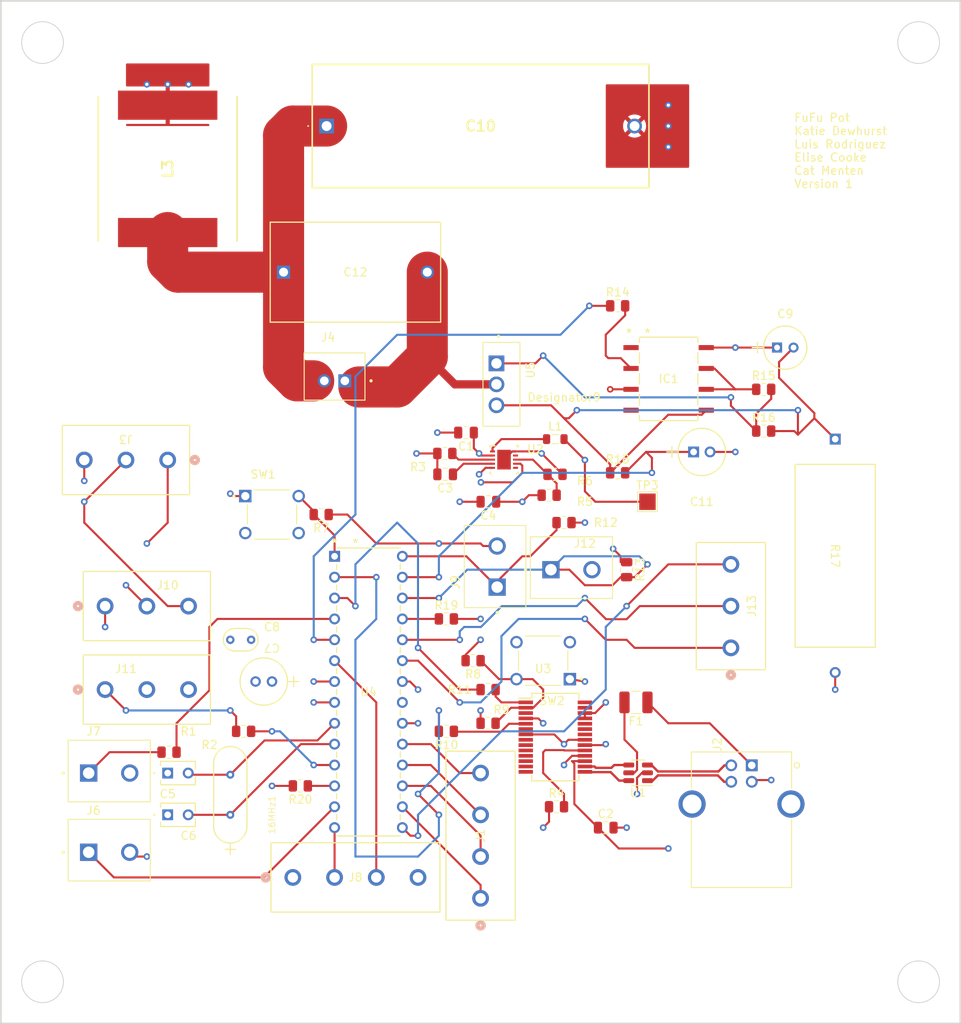
<source format=kicad_pcb>
(kicad_pcb (version 20221018) (generator pcbnew)
  (layers (0 "F.Cu" signal) (1 "In1.Cu" power) (2 "In2.Cu" power) (31 "B.Cu" signal) (34 "B.Paste" user) (35 "F.Paste" user) (36 "B.SilkS" user "B.Silkscreen") (37 "F.SilkS" user "F.Silkscreen") (38 "B.Mask" user) (39 "F.Mask" user) (44 "Edge.Cuts" user))
  (net 0 "")
  (net 1 "+3V3")
  (net 2 "Net-(J2-VBUS)")
  (net 3 "VBUS")
  (net 4 "USB_CON_D-")
  (net 5 "USB_CON_D+")
  (net 6 "+5V")
  (net 7 "Net-(U3-~{RESET})")
  (net 8 "DTR")
  (net 9 "Net-(U5-G)")
  (net 10 "Net-(U3-RXD)")
  (net 11 "RX")
  (net 12 "Net-(U3-TXD)")
  (net 13 "TX")
  (net 14 "USB_D-")
  (net 15 "USB_D+")
  (net 16 "Net-(U2-SW)")
  (net 17 "Net-(U2-ILIM)")
  (net 18 "Net-(U2-SS)")
  (net 20 "Net-(U2-FB)")
  (net 34 "+48V")
  (net 35 "GND")
  (net 36 "+16V")
  (net 37 "Net-(IC1-VSS)")
  (net 38 "Net-(J4-Pin_2)")
  (net 39 "Net-(J4-Pin_1)")
  (net 40 "A1")
  (net 42 "Net-(IC1-ANODE)")
  (net 44 "Net-(IC1-VO1)")
  (net 45 "D9")
  (net 46 "D_LED")
  (net 47 "Net-(J7-Pin_1)")
  (net 48 "D_LEDStrip")
  (net 49 "Net-(J11-Pin_1)")
  (net 50 "Net-(U4-PC2)")
  (net 51 "Net-(U4-PD6)")
  (net 52 "A4")
  (net 53 "A5")
  (net 54 "D_Buzz")
  (net 55 "A2")
  (net 56 "A3")
  (net 57 "RESET")
  (net 58 "SS")
  (net 59 "MOSI")
  (net 60 "MISO")
  (net 61 "SCK")
  (net 62 "D_Switch")
  (net 63 "D_Red")
  (net 64 "Net-(U4-PB7)")
  (net 65 "Net-(U4-PB6)")
  (net 66 "PWM Speed Control")
  (footprint "Resistor_SMD:R_0805_2012Metric" (layer "F.Cu") (at 143.6925 87.919415)
    (fp_text reference "R15")
    (fp_text value "16")
  )
  (footprint "Resistor_SMD:R_0805_2012Metric" (layer "F.Cu") (at 143.6925 92.999415)
    (fp_text reference "R16")
    (fp_text value "10k" hide)
  )
  (footprint "Capacitor_SMD:C_0805_2012Metric" (layer "F.Cu") (at 107.445 93.184415 180)
    (fp_text reference "C1")
    (fp_text value "1uF")
  )
  (footprint "Inductor_SMD:L_0805_2012Metric" (layer "F.Cu") (at 118.3175 93.98)
    (fp_text reference "L1")
    (fp_text value "47uH")
  )
  (footprint "TO225P1040X460X1968-3(1):TO225P1040X460X1968-3" (layer "F.Cu") (at 111.76 87.314415 -90)
    (fp_text reference "U5")
    (fp_text value "STGP8NC60KD")
  )
  (footprint "Resistor_SMD:R_0805_2012Metric" (layer "F.Cu") (at 110.1325 124.46 180)
    (fp_text reference "R11")
    (fp_text value "1k")
  )
  (footprint "KF301-2P:HANDSON_KF301-2P" (layer "F.Cu") (at 64 134.62)
    (fp_text reference "J7")
    (fp_text value "Conn_01x02")
  )
  (footprint "pcbmount3footprints:282837-3_TYC" (layer "F.Cu") (at 63.5 124.46)
    (fp_text reference "J11")
    (fp_text value "Conn_01x03")
  )
  (footprint "KF301-2P:HANDSON_KF301-2P" (layer "F.Cu") (at 64 144.255)
    (fp_text reference "J6")
    (fp_text value "Conn_01x02")
  )
  (footprint "Resistor_SMD:R_0805_2012Metric" (layer "F.Cu") (at 119.38 104.14 180)
    (fp_text reference "R12")
    (fp_text value "10k")
  )
  (footprint "22pFfootprints:CAP_K-SERIES_15-L2_VIS" (layer "F.Cu") (at 71.12 139.7)
    (fp_text reference "C6")
    (fp_text value "22pF")
  )
  (footprint "Fuse:Fuse_1210_3225Metric" (layer "F.Cu") (at 128.14 126.019415 180)
    (fp_text reference "F1")
    (fp_text value "500mA")
  )
  (footprint "FODfootprints:SMD8_9P91X6P86_ONS" (layer "F.Cu") (at 132.1185 86.649415)
    (fp_text reference "IC1")
    (fp_text value "FOD3150")
  )
  (footprint "Resistor_SMD:R_0805_2012Metric" (layer "F.Cu") (at 108.3075 120.939415 180)
    (fp_text reference "R8")
    (fp_text value "1k")
  )
  (footprint "pcbmount3footprints:282837-3_TYC" (layer "F.Cu") (at 71.12 96.52 180)
    (fp_text reference "J3")
    (fp_text value "Conn_01x03")
  )
  (footprint "22pFfootprints:CAP_K-SERIES_15-L2_VIS" (layer "F.Cu") (at 71.12 134.62)
    (fp_text reference "C5")
    (fp_text value "22pF")
  )
  (footprint "B2B-XH-A_LF__SN_:JST_B2B-XH-A_LF__SN_" (layer "F.Cu") (at 91.44 86.36)
    (fp_text reference "J4")
    (fp_text value "Conn_01x02")
  )
  (footprint "Resistor_SMD:R_0805_2012Metric" (layer "F.Cu") (at 110.1325 128.559415)
    (fp_text reference "R9")
    (fp_text value "1k")
  )
  (footprint "Resistor_SMD:R_0805_2012Metric" (layer "F.Cu") (at 125.9125 77.759415)
    (fp_text reference "R14")
    (fp_text value "330")
  )
  (footprint "KF301-2P:HANDSON_KF301-2P" (layer "F.Cu") (at 120.2825 109.866915)
    (fp_text reference "J12")
    (fp_text value "Conn_01x02")
  )
  (footprint "pcbmount4footprints:282837-4_TYC" (layer "F.Cu") (at 86.36 147.32)
    (fp_text reference "J8")
    (fp_text value "Conn_01x04")
  )
  (footprint "Package_TO_SOT_SMD:SOT-23-6" (layer "F.Cu") (at 128.4025 134.589415 180)
    (fp_text reference "U1")
    (fp_text value "USBLC6-2SC6")
  )
  (footprint "ECWfootprints:CAP_ECWFL_STRAIGHT_20.5LX11.9TX18.5H_PAN" (layer "F.Cu") (at 85.23 73.66)
    (fp_text reference "C12")
    (fp_text value "0.37uF 1200V")
  )
  (footprint "Resistor_SMD:R_0805_2012Metric" (layer "F.Cu") (at 87.2725 136.179415 180)
    (fp_text reference "R20")
    (fp_text value "0")
  )
  (footprint "SQPfootprints:RES_SQP500_22X9P5_YAG" (layer "F.Cu") (at 152.4 93.98 -90)
    (fp_text reference "R17")
    (fp_text value "0.1 5W")
  )
  (footprint "INDPM:INDPM176169X700N" (layer "F.Cu") (at 71.12 61.09 -90)
    (fp_text reference "L3")
    (fp_text value "10uH" hide)
  )
  (footprint "TS02-66-50-BK-100-SCR-D:SW_TS02-66-50-BK-100-SCR-D" (layer "F.Cu") (at 116.84 120.939415 180)
    (fp_text reference "SW2")
    (fp_text value "SW_Push")
  )
  (footprint "Resistor_SMD:R_0805_2012Metric" (layer "F.Cu") (at 105.0525 129.54 180)
    (fp_text reference "R10")
    (fp_text value "1k")
  )
  (footprint "Resistor_SMD:R_0805_2012Metric" (layer "F.Cu") (at 80.3675 129.54 180)
    (fp_text reference "R2")
    (fp_text value "330")
  )
  (footprint "Capacitor_SMD:C_0805_2012Metric" (layer "F.Cu") (at 124.46 141.259415)
    (fp_text reference "C2")
    (fp_text value "100n")
  )
  (footprint "KiCad:ECQUAAF335LD" (layer "F.Cu") (at 90.47 55.88)
    (fp_text reference "C10")
    (fp_text value "3.3 uF 275V" hide)
  )
  (footprint "pcbmount3footprints:282837-3_TYC" (layer "F.Cu") (at 63.5 114.3)
    (fp_text reference "J10")
    (fp_text value "Conn_01x03")
  )
  (footprint "Resistor_SMD:R_0805_2012Metric" (layer "F.Cu") (at 127 109.866915 -90)
    (fp_text reference "R13")
    (fp_text value "10k")
  )
  (footprint "Resistor_SMD:R_0805_2012Metric" (layer "F.Cu") (at 89.8125 103.159415 180)
    (fp_text reference "R7")
    (fp_text value "1k")
  )
  (footprint "Capacitor_SMD:C_0805_2012Metric" (layer "F.Cu") (at 110.17 101.6 180)
    (fp_text reference "C4")
    (fp_text value "10uF")
  )
  (footprint "TS02-66-50-BK-100-SCR-D:SW_TS02-66-50-BK-100-SCR-D" (layer "F.Cu") (at 83.82 103.159415)
    (fp_text reference "SW1")
    (fp_text value "SW_Push")
  )
  (footprint "Capacitor_SMD:C_0805_2012Metric" (layer "F.Cu") (at 104.905 98.264415 180)
    (fp_text reference "C3")
    (fp_text value "33nF")
  )
  (footprint "Resistor_SMD:R_0805_2012Metric" (layer "F.Cu") (at 117.5675 100.804415)
    (fp_text reference "R5")
    (fp_text value "820kOhm")
  )
  (footprint "8600footprint:CAP_WCAP-ATG5_05.0X11.0_WRE" (layer "F.Cu") (at 135.16 95.539415)
    (fp_text reference "C11")
    (fp_text value "0.1uF 63V")
  )
  (footprint "footprints:U1-E_NCH" (layer "F.Cu") (at 145.32 82.839415)
    (fp_text reference "C9")
    (fp_text value "10uF 25V")
  )
  (footprint "BuckConverter:DRC0010J" (layer "F.Cu") (at 112.075 96.474415)
    (fp_text reference "U2")
    (fp_text value "LM5165DRC")
  )
  (footprint "Resistor_SMD:R_0805_2012Metric" (layer "F.Cu") (at 71.2825 132.08 180)
    (fp_text reference "R1")
    (fp_text value "200")
  )
  (footprint "10uFfootprints:CAP_YX_5X11_RUB" (layer "F.Cu") (at 83.82 123.479415 180)
    (fp_text reference "C7")
    (fp_text value "10uF")
  )
  (footprint "Resistor_SMD:R_0805_2012Metric" (layer "F.Cu") (at 118.4675 138.719415)
    (fp_text reference "R4")
    (fp_text value "10k")
  )
  (footprint "Package_SO:SSOP-28_5.3x10.2mm_P0.65mm" (layer "F.Cu") (at 118.32 130.244415)
    (fp_text reference "U3")
    (fp_text value "FT232RL")
  )
  (footprint "KF301-2P:HANDSON_KF301-2P" (layer "F.Cu") (at 111.235 109.489415 90)
    (fp_text reference "J9")
    (fp_text value "Conn_01x02")
  )
  (footprint "TestPoint:TestPoint_Pad_2.0x2.0mm" (layer "F.Cu") (at 129.54 101.6)
    (fp_text reference "TP3")
    (fp_text value "TestPoint")
  )
  (footprint "crystalfootprints:XTAL_ABL-16_ABR" (layer "F.Cu") (at 78.74 139.7 90)
    (fp_text reference "16MHz1")
    (fp_text value "Crystal")
  )
  (footprint "Resistor_SMD:R_0805_2012Metric" (layer "F.Cu") (at 125.9125 98.079415)
    (fp_text reference "R18")
    (fp_text value "3.3k")
  )
  (footprint "0.1uFfootprints:CAP_Y5VE5TL2_VIS" (layer "F.Cu") (at 80.01 118.399415 180)
    (fp_text reference "C8")
    (fp_text value "0.1 uF")
  )
  (footprint "Resistor_SMD:R_0805_2012Metric" (layer "F.Cu") (at 118.2825 98.264415)
    (fp_text reference "R6")
    (fp_text value "68kOhm")
  )
  (footprint "pcbmount3footprints:282837-3_TYC" (layer "F.Cu") (at 139.7 119.38 90)
    (fp_text reference "J13")
    (fp_text value "Conn_01x03")
  )
  (footprint "ATmegafootprints:28P3_ATM" (layer "F.Cu") (at 91.44 108.239415)
    (fp_text reference "U4")
    (fp_text value "ATMEGA328P-PN")
  )
  (footprint "Resistor_SMD:R_0805_2012Metric" (layer "F.Cu") (at 105.0525 115.859415)
    (fp_text reference "R19")
    (fp_text value "0")
  )
  (footprint "pcbmount4footprints:282837-4_TYC" (layer "F.Cu") (at 109.22 149.86 90)
    (fp_text reference "J1")
    (fp_text value "Conn_01x04")
  )
  (footprint "UJ2-BH-W1-TH:CUI_UJ2-BH-W1-TH" (layer "F.Cu") (at 142.24 133.679415)
    (fp_text reference "J2")
    (fp_text value "USB_B")
  )
  (footprint "Resistor_SMD:R_0805_2012Metric" (layer "F.Cu") (at 104.8675 95.724415 180)
    (fp_text reference "R3")
    (fp_text value "100kOhm")
  )
  (gr_circle (center 55.88 45.72) (end 53.34 45.72) (stroke (width 0.1)) (fill none) (layer "Edge.Cuts"))
  (gr_circle (center 55.88 160.02) (end 53.34 160.02) (stroke (width 0.1)) (fill none) (layer "Edge.Cuts"))
  (gr_circle (center 162.56 160.02) (end 160.02 160.02) (stroke (width 0.1)) (fill none) (layer "Edge.Cuts"))
  (gr_circle (center 162.56 45.72) (end 160.02 45.72) (stroke (width 0.1)) (fill none) (layer "Edge.Cuts"))
  (gr_rect (start 50.8 40.64) (end 167.64 165.1) (stroke (width 0.2)) (fill none) (layer "Edge.Cuts"))
  (gr_text "FuFu Pot\nKatie Dewhurst\nLuis Rodriguez\nElise Cooke\nCat Menten\nVersion 1" (at 147.32 63.5) (layer "F.SilkS") (effects (font (size 1 1)) (justify left bottom)))
  (segment (start 120.346776 133.169415) (end 120.637156 133.459795) (width 0.25) (layer "F.Cu") (net 1))
  (segment (start 120.637156 133.459795) (end 120.637156 138.386571) (width 0.25) (layer "F.Cu") (net 1))
  (segment (start 121.92 133.169415) (end 120.346776 133.169415) (width 0.25) (layer "F.Cu") (net 1))
  (segment (start 126.05 143.799415) (end 123.51 141.259415) (width 0.25) (layer "F.Cu") (net 1))
  (segment (start 132.08 143.799415) (end 126.05 143.799415) (width 0.25) (layer "F.Cu") (net 1))
  (segment (start 120.637156 138.386571) (end 123.51 141.259415) (width 0.25) (layer "F.Cu") (net 1))
  (via (at 132.08 143.799415) (size 0.8) (drill 0.4) (layers "F.Cu" "B.Cu") (net 1))
  (segment (start 142.24 133.679415) (end 137.12 128.559415) (width 0.25) (layer "F.Cu") (net 2))
  (segment (start 137.12 128.559415) (end 132.08 128.559415) (width 0.25) (layer "F.Cu") (net 2))
  (segment (start 132.08 128.559415) (end 129.54 126.019415) (width 0.25) (layer "F.Cu") (net 2))
  (segment (start 126.74 126.019415) (end 126.74 130.55) (width 0.25) (layer "F.Cu") (net 3))
  (segment (start 127.9275 134.589415) (end 127.265 134.589415) (width 0.25) (layer "F.Cu") (net 3))
  (segment (start 128.27 132.08) (end 128.27 134.246915) (width 0.25) (layer "F.Cu") (net 3))
  (segment (start 128.27 134.246915) (end 127.9275 134.589415) (width 0.25) (layer "F.Cu") (net 3))
  (segment (start 127 134.589415) (end 126.735 134.589415) (width 0.25) (layer "F.Cu") (net 3))
  (segment (start 126.74 130.55) (end 128.27 132.08) (width 0.25) (layer "F.Cu") (net 3))
  (segment (start 138.1785 134.4215) (end 130.81 134.4215) (width 0.284) (layer "F.Cu") (net 4))
  (segment (start 130.027915 133.639415) (end 129.54 133.639415) (width 0.284) (layer "F.Cu") (net 4))
  (segment (start 138.920585 133.679415) (end 138.1785 134.4215) (width 0.284) (layer "F.Cu") (net 4))
  (segment (start 139.74 133.679415) (end 138.920585 133.679415) (width 0.284) (layer "F.Cu") (net 4))
  (segment (start 130.81 134.4215) (end 130.027915 133.639415) (width 0.284) (layer "F.Cu") (net 4))
  (segment (start 130.176085 135.539415) (end 129.54 135.539415) (width 0.284) (layer "F.Cu") (net 5))
  (segment (start 139.74 135.679415) (end 138.879415 135.679415) (width 0.284) (layer "F.Cu") (net 5))
  (segment (start 130.81 134.9055) (end 130.176085 135.539415) (width 0.284) (layer "F.Cu") (net 5))
  (segment (start 138.879415 135.679415) (end 138.1055 134.9055) (width 0.284) (layer "F.Cu") (net 5))
  (segment (start 138.1055 134.9055) (end 130.81 134.9055) (width 0.284) (layer "F.Cu") (net 5))
  (segment (start 101.6 128.559415) (end 99.695 128.559415) (width 0.25) (layer "F.Cu") (net 6))
  (segment (start 124.46 131.099415) (end 124.34 131.219415) (width 0.25) (layer "F.Cu") (net 6))
  (segment (start 124.34 131.219415) (end 121.92 131.219415) (width 0.25) (layer "F.Cu") (net 6))
  (segment (start 109.22 106.68) (end 109.529415 106.989415) (width 0.25) (layer "F.Cu") (net 6))
  (segment (start 92.999415 103.159415) (end 90.725 103.159415) (width 0.25) (layer "F.Cu") (net 6))
  (segment (start 104.14 106.68) (end 109.22 106.68) (width 0.25) (layer "F.Cu") (net 6))
  (segment (start 107.395 120.224415) (end 109.22 118.399415) (width 0.25) (layer "F.Cu") (net 6))
  (segment (start 109.529415 106.989415) (end 111.235 106.989415) (width 0.25) (layer "F.Cu") (net 6))
  (segment (start 68.58 114.3) (end 66.04 111.76) (width 0.25) (layer "F.Cu") (net 6))
  (segment (start 91.44 123.479415) (end 88.9 123.479415) (width 0.25) (layer "F.Cu") (net 6))
  (segment (start 96.52 106.68) (end 92.999415 103.159415) (width 0.25) (layer "F.Cu") (net 6))
  (segment (start 116.25 127.969415) (end 114.72 127.969415) (width 0.25) (layer "F.Cu") (net 6))
  (segment (start 104.14 106.68) (end 96.52 106.68) (width 0.25) (layer "F.Cu") (net 6))
  (segment (start 116.84 128.559415) (end 116.25 127.969415) (width 0.25) (layer "F.Cu") (net 6))
  (segment (start 71.12 104.14) (end 68.58 106.68) (width 0.25) (layer "F.Cu") (net 6))
  (segment (start 117.555 140.544415) (end 116.84 141.259415) (width 0.25) (layer "F.Cu") (net 6))
  (segment (start 117.555 138.719415) (end 117.555 140.544415) (width 0.25) (layer "F.Cu") (net 6))
  (segment (start 107.395 120.939415) (end 107.395 120.224415) (width 0.25) (layer "F.Cu") (net 6))
  (segment (start 71.12 96.52) (end 71.12 104.14) (width 0.25) (layer "F.Cu") (net 6))
  (via (at 116.84 128.559415) (size 0.8) (drill 0.4) (layers "F.Cu" "B.Cu") (net 6))
  (via (at 68.58 106.68) (size 0.8) (drill 0.4) (layers "F.Cu" "B.Cu") (net 6))
  (via (at 66.04 111.76) (size 0.8) (drill 0.4) (layers "F.Cu" "B.Cu") (net 6))
  (via (at 124.46 131.099415) (size 0.8) (drill 0.4) (layers "F.Cu" "B.Cu") (net 6))
  (via (at 88.9 123.479415) (size 0.8) (drill 0.4) (layers "F.Cu" "B.Cu") (net 6))
  (via (at 116.84 141.259415) (size 0.8) (drill 0.4) (layers "F.Cu" "B.Cu") (net 6))
  (via (at 101.6 128.559415) (size 0.8) (drill 0.4) (layers "F.Cu" "B.Cu") (net 6))
  (via (at 104.14 106.68) (size 0.8) (drill 0.4) (layers "F.Cu" "B.Cu") (net 6))
  (via (at 109.22 118.399415) (size 0.8) (drill 0.4) (layers "F.Cu" "B.Cu") (net 6))
  (segment (start 121.92 131.869415) (end 119.425 131.869415) (width 0.25) (layer "F.Cu") (net 7))
  (segment (start 119.38 131.824415) (end 117.095585 131.824415) (width 0.25) (layer "F.Cu") (net 7))
  (segment (start 116.84 132.08) (end 116.84 134.62) (width 0.25) (layer "F.Cu") (net 7))
  (segment (start 117.095585 131.824415) (end 116.84 132.08) (width 0.25) (layer "F.Cu") (net 7))
  (segment (start 119.425 131.869415) (end 119.38 131.824415) (width 0.25) (layer "F.Cu") (net 7))
  (segment (start 119.38 137.16) (end 119.38 138.719415) (width 0.25) (layer "F.Cu") (net 7))
  (segment (start 116.84 134.62) (end 119.38 137.16) (width 0.25) (layer "F.Cu") (net 7))
  (segment (start 116.84 124.46) (end 116.84 125.459035) (width 0.25) (layer "F.Cu") (net 8))
  (segment (start 113.59 123.189415) (end 115.569415 123.189415) (width 0.25) (layer "F.Cu") (net 8))
  (segment (start 111.47 123.189415) (end 109.22 120.939415) (width 0.25) (layer "F.Cu") (net 8))
  (segment (start 113.59 123.189415) (end 111.47 123.189415) (width 0.25) (layer "F.Cu") (net 8))
  (segment (start 112.935 126.669415) (end 114.72 126.669415) (width 0.25) (layer "F.Cu") (net 8))
  (segment (start 111.045 128.559415) (end 112.935 126.669415) (width 0.25) (layer "F.Cu") (net 8))
  (segment (start 116.84 125.459035) (end 115.62962 126.669415) (width 0.25) (layer "F.Cu") (net 8))
  (segment (start 115.62962 126.669415) (end 114.72 126.669415) (width 0.25) (layer "F.Cu") (net 8))
  (segment (start 115.569415 123.189415) (end 116.84 124.46) (width 0.25) (layer "F.Cu") (net 8))
  (segment (start 144.605 87.919415) (end 144.605 89.075) (width 0.25) (layer "F.Cu") (net 9))
  (segment (start 115.895585 84.764415) (end 111.155 84.764415) (width 0.25) (layer "F.Cu") (net 9))
  (segment (start 142.78 90.9) (end 142.78 92.999415) (width 0.25) (layer "F.Cu") (net 9))
  (segment (start 116.84 83.82) (end 115.895585 84.764415) (width 0.25) (layer "F.Cu") (net 9))
  (segment (start 139.7 88.9) (end 139.7 89.919415) (width 0.25) (layer "F.Cu") (net 9))
  (segment (start 144.605 89.075) (end 142.78 90.9) (width 0.25) (layer "F.Cu") (net 9))
  (segment (start 139.7 89.919415) (end 142.78 92.999415) (width 0.25) (layer "F.Cu") (net 9))
  (via (at 139.7 88.9) (size 0.8) (drill 0.4) (layers "F.Cu" "B.Cu") (net 9))
  (via (at 116.84 83.82) (size 0.8) (drill 0.4) (layers "F.Cu" "B.Cu") (net 9))
  (segment (start 121.92 88.9) (end 116.84 83.82) (width 0.25) (layer "B.Cu") (net 9))
  (segment (start 139.7 88.9) (end 121.92 88.9) (width 0.25) (layer "B.Cu") (net 9))
  (segment (start 106.009415 129.584415) (end 105.965 129.54) (width 0.25) (layer "F.Cu") (net 10))
  (segment (start 112.680585 128.619415) (end 111.715585 129.584415) (width 0.25) (layer "F.Cu") (net 10))
  (segment (start 111.715585 129.584415) (end 106.009415 129.584415) (width 0.25) (layer "F.Cu") (net 10))
  (segment (start 114.72 128.619415) (end 112.680585 128.619415) (width 0.25) (layer "F.Cu") (net 10))
  (segment (start 101.6 137.16) (end 104.14 139.7) (width 0.25) (layer "F.Cu") (net 11))
  (segment (start 96.52 110.779415) (end 91.44 110.779415) (width 0.25) (layer "F.Cu") (net 11))
  (segment (start 104.14 129.54) (end 104.14 127) (width 0.25) (layer "F.Cu") (net 11))
  (via (at 104.14 139.7) (size 0.8) (drill 0.4) (layers "F.Cu" "B.Cu") (net 11))
  (via (at 96.52 110.779415) (size 0.8) (drill 0.4) (layers "F.Cu" "B.Cu") (net 11))
  (via (at 101.6 137.16) (size 0.8) (drill 0.4) (layers "F.Cu" "B.Cu") (net 11))
  (via (at 104.14 127) (size 0.8) (drill 0.4) (layers "F.Cu" "B.Cu") (net 11))
  (segment (start 104.14 139.7) (end 104.14 142.24) (width 0.25) (layer "B.Cu") (net 11))
  (segment (start 104.14 134.62) (end 101.6 137.16) (width 0.25) (layer "B.Cu") (net 11))
  (segment (start 101.6 144.78) (end 93.98 144.78) (width 0.25) (layer "B.Cu") (net 11))
  (segment (start 93.98 144.78) (end 93.98 118.399415) (width 0.25) (layer "B.Cu") (net 11))
  (segment (start 104.14 127) (end 104.14 134.62) (width 0.25) (layer "B.Cu") (net 11))
  (segment (start 96.52 115.859415) (end 96.52 110.779415) (width 0.25) (layer "B.Cu") (net 11))
  (segment (start 104.14 142.24) (end 101.6 144.78) (width 0.25) (layer "B.Cu") (net 11))
  (segment (start 93.98 118.399415) (end 96.52 115.859415) (width 0.25) (layer "B.Cu") (net 11))
  (segment (start 114.72 126.019415) (end 111.76 126.019415) (width 0.25) (layer "F.Cu") (net 12))
  (segment (start 111.045 125.304415) (end 111.045 124.46) (width 0.25) (layer "F.Cu") (net 12))
  (segment (start 111.76 126.019415) (end 111.045 125.304415) (width 0.25) (layer "F.Cu") (net 12))
  (segment (start 106.68 124.46) (end 101.6 119.38) (width 0.25) (layer "F.Cu") (net 13))
  (segment (start 92.999415 113.319415) (end 91.44 113.319415) (width 0.25) (layer "F.Cu") (net 13))
  (segment (start 109.22 124.46) (end 106.68 124.46) (width 0.25) (layer "F.Cu") (net 13))
  (segment (start 93.98 114.3) (end 92.999415 113.319415) (width 0.25) (layer "F.Cu") (net 13))
  (via (at 93.98 114.3) (size 0.8) (drill 0.4) (layers "F.Cu" "B.Cu") (net 13))
  (via (at 101.6 119.38) (size 0.8) (drill 0.4) (layers "F.Cu" "B.Cu") (net 13))
  (segment (start 101.6 119.38) (end 101.6 106.68) (width 0.25) (layer "B.Cu") (net 13))
  (segment (start 101.6 106.68) (end 99.06 104.14) (width 0.25) (layer "B.Cu") (net 13))
  (segment (start 93.98 109.22) (end 93.98 114.3) (width 0.25) (layer "B.Cu") (net 13))
  (segment (start 99.06 104.14) (end 93.98 109.22) (width 0.25) (layer "B.Cu") (net 13))
  (segment (start 125.15 133.98) (end 123.25 133.98) (width 0.284) (layer "F.Cu") (net 14))
  (segment (start 123.25 133.98) (end 123.089415 133.819415) (width 0.284) (layer "F.Cu") (net 14))
  (segment (start 125.490585 133.639415) (end 125.15 133.98) (width 0.284) (layer "F.Cu") (net 14))
  (segment (start 123.089415 133.819415) (end 121.92 133.819415) (width 0.284) (layer "F.Cu") (net 14))
  (segment (start 127.265 133.639415) (end 125.490585 133.639415) (width 0.284) (layer "F.Cu") (net 14))
  (segment (start 125.06 134.51) (end 126.089415 135.539415) (width 0.284) (layer "F.Cu") (net 15))
  (segment (start 121.960585 134.51) (end 125.06 134.51) (width 0.284) (layer "F.Cu") (net 15))
  (segment (start 126.089415 135.539415) (end 127.265 135.539415) (width 0.284) (layer "F.Cu") (net 15))
  (segment (start 121.92 134.469415) (end 121.960585 134.51) (width 0.2) (layer "F.Cu") (net 15))
  (segment (start 110.675 95.065) (end 110.675 95.474414) (width 0.25) (layer "F.Cu") (net 16))
  (segment (start 111.76 93.98) (end 110.675 95.065) (width 0.25) (layer "F.Cu") (net 16))
  (segment (start 117.255 93.98) (end 111.76 93.98) (width 0.25) (layer "F.Cu") (net 16))
  (segment (start 110.315 96.474415) (end 106.53 96.474415) (width 0.25) (layer "F.Cu") (net 17))
  (segment (start 106.53 96.474415) (end 105.78 95.724415) (width 0.25) (layer "F.Cu") (net 17))
  (segment (start 110.6 96.974415) (end 107.145 96.974415) (width 0.25) (layer "F.Cu") (net 18))
  (segment (start 107.145 96.974415) (end 105.855 98.264415) (width 0.25) (layer "F.Cu") (net 18))
  (segment (start 118.48 99.374415) (end 117.37 98.264415) (width 0.25) (layer "F.Cu") (net 20))
  (segment (start 115.58 96.474415) (end 113.835 96.474415) (width 0.25) (layer "F.Cu") (net 20))
  (segment (start 118.48 100.804415) (end 118.48 99.374415) (width 0.25) (layer "F.Cu") (net 20))
  (segment (start 117.37 98.264415) (end 115.58 96.474415) (width 0.25) (layer "F.Cu") (net 20))
  (segment (start 114.3 98.079415) (end 114.3 97.199795) (width 0.25) (layer "F.Cu") (net 34))
  (segment (start 109.035 95.724415) (end 109.285 95.974415) (width 0.25) (layer "F.Cu") (net 34))
  (segment (start 71.12 114.3) (end 60.96 104.14) (width 0.25) (layer "F.Cu") (net 34))
  (segment (start 60.96 104.14) (end 60.96 101.6) (width 0.25) (layer "F.Cu") (net 34))
  (segment (start 113.141471 99.237944) (end 114.3 98.079415) (width 0.25) (layer "F.Cu") (net 34))
  (segment (start 109.035 95.724415) (end 108.395 95.084415) (width 0.25) (layer "F.Cu") (net 34))
  (segment (start 114.07462 96.974415) (end 113.835 96.974415) (width 0.25) (layer "F.Cu") (net 34))
  (segment (start 73.66 114.3) (end 71.12 114.3) (width 0.25) (layer "F.Cu") (net 34))
  (segment (start 109.261378 99.237944) (end 113.141471 99.237944) (width 0.25) (layer "F.Cu") (net 34))
  (segment (start 66.04 96.52) (end 60.96 101.6) (width 0.25) (layer "F.Cu") (net 34))
  (segment (start 108.395 95.084415) (end 108.395 93.184415) (width 0.25) (layer "F.Cu") (net 34))
  (segment (start 114.3 97.199795) (end 114.07462 96.974415) (width 0.25) (layer "F.Cu") (net 34))
  (segment (start 109.285 95.974415) (end 110.6 95.974415) (width 0.25) (layer "F.Cu") (net 34))
  (via (at 109.261378 99.237944) (size 0.8) (drill 0.4) (layers "F.Cu" "B.Cu") (net 34))
  (via (at 60.96 101.6) (size 0.8) (drill 0.4) (layers "F.Cu" "B.Cu") (net 34))
  (via (at 71.12 50.8) (size 0.8) (drill 0.4) (layers "F.Cu" "B.Cu") (net 34))
  (via (at 68.58 50.8) (size 0.8) (drill 0.4) (layers "F.Cu" "B.Cu") (net 34))
  (via (at 73.66 50.8) (size 0.8) (drill 0.4) (layers "F.Cu" "B.Cu") (net 34))
  (via (at 109.035 95.724415) (size 0.8) (drill 0.4) (layers "F.Cu" "B.Cu") (net 34))
  (segment (start 86.36 136.179415) (end 83.82 136.179415) (width 0.25) (layer "F.Cu") (net 35))
  (segment (start 109.22 128.559415) (end 109.22 127) (width 0.25) (layer "F.Cu") (net 35))
  (segment (start 109.22 101.6) (end 106.68 101.6) (width 0.25) (layer "F.Cu") (net 35))
  (segment (start 116.655 95.724415) (end 116.405 95.474415) (width 0.25) (layer "F.Cu") (net 35))
  (segment (start 140.24 95.539415) (end 137.16 95.539415) (width 0.25) (layer "F.Cu") (net 35))
  (segment (start 67.025 144.78) (end 66.5 144.255) (width 0.25) (layer "F.Cu") (net 35))
  (segment (start 152.4 122.379994) (end 152.4 124.46) (width 0.25) (layer "F.Cu") (net 35))
  (segment (start 119.38 131.099415) (end 119.91 130.569415) (width 0.25) (layer "F.Cu") (net 35))
  (segment (start 121.92 127.969415) (end 121.92 127.319415) (width 0.25) (layer "F.Cu") (net 35))
  (segment (start 121.92 127.319415) (end 123.16 127.319415) (width 0.25) (layer "F.Cu") (net 35))
  (segment (start 127.54 87.919415) (end 125 87.919415) (width 0.25) (layer "F.Cu") (net 35))
  (segment (start 113.075004 95.474414) (end 112.075003 96.474415) (width 0.25) (layer "F.Cu") (net 35))
  (segment (start 116.405 95.474415) (end 113.835 95.474415) (width 0.25) (layer "F.Cu") (net 35))
  (segment (start 128.27 135.196915) (end 128.27 137.16) (width 0.25) (layer "F.Cu") (net 35))
  (segment (start 120.36038 132.519415) (end 119.38 133.499795) (width 0.25) (layer "F.Cu") (net 35))
  (segment (start 123.16 127.319415) (end 124.46 126.019415) (width 0.25) (layer "F.Cu") (net 35))
  (segment (start 113.475 95.474414) (end 113.075004 95.474414) (width 0.25) (layer "F.Cu") (net 35))
  (segment (start 110.6 97.474415) (end 109.825 97.474415) (width 0.25) (layer "F.Cu") (net 35))
  (segment (start 129.54 134.589415) (end 128.8775 134.589415) (width 0.25) (layer "F.Cu") (net 35))
  (segment (start 119.38 133.499795) (end 119.38 133.639415) (width 0.25) (layer "F.Cu") (net 35))
  (segment (start 126.275 108.239415) (end 125.3625 107.326915) (width 0.25) (layer "F.Cu") (net 35))
  (segment (start 126.275 108.954415) (end 126.275 108.239415) (width 0.25) (layer "F.Cu") (net 35))
  (segment (start 99.695 123.479415) (end 100.619415 123.479415) (width 0.25) (layer "F.Cu") (net 35))
  (segment (start 79.03 100.909415) (end 78.74 100.619415) (width 0.25) (layer "F.Cu") (net 35))
  (segment (start 109.825 97.474415) (end 109.035 98.264415) (width 0.25) (layer "F.Cu") (net 35))
  (segment (start 63.5 116.84) (end 63.5 114.3) (width 0.25) (layer "F.Cu") (net 35))
  (segment (start 128.8775 134.589415) (end 128.27 135.196915) (width 0.25) (layer "F.Cu") (net 35))
  (segment (start 68.58 144.78) (end 67.025 144.78) (width 0.25) (layer "F.Cu") (net 35))
  (segment (start 106.495 93.184415) (end 103.955 93.184415) (width 0.25) (layer "F.Cu") (net 35))
  (segment (start 103.955 95.724415) (end 101.415 95.724415) (width 0.25) (layer "F.Cu") (net 35))
  (segment (start 121.92 104.14) (end 120.2925 104.14) (width 0.25) (layer "F.Cu") (net 35))
  (segment (start 144.61 135.47) (end 142.449415 135.47) (width 0.25) (layer "F.Cu") (net 35))
  (segment (start 100.619415 123.479415) (end 101.6 124.46) (width 0.25) (layer "F.Cu") (net 35))
  (segment (start 119.195 98.264415) (end 116.655 95.724415) (width 0.25) (layer "F.Cu") (net 35))
  (segment (start 127 141.259415) (end 125.41 141.259415) (width 0.25) (layer "F.Cu") (net 35))
  (segment (start 80.57 100.909415) (end 79.03 100.909415) (width 0.25) (layer "F.Cu") (net 35))
  (segment (start 103.955 98.264415) (end 103.955 95.724415) (width 0.25) (layer "F.Cu") (net 35))
  (segment (start 91.44 126.019415) (end 88.9 126.019415) (width 0.25) (layer "F.Cu") (net 35))
  (segment (start 121.92 132.519415) (end 120.36038 132.519415) (width 0.25) (layer "F.Cu") (net 35))
  (segment (start 118.2 129.919415) (end 119.38 131.099415) (width 0.25) (layer "F.Cu") (net 35))
  (segment (start 121.92 123.479415) (end 120.09 123.189415) (width 0.25) (layer "F.Cu") (net 35))
  (segment (start 60.96 99.06) (end 60.96 96.52) (width 0.25) (layer "F.Cu") (net 35))
  (segment (start 142.449415 135.47) (end 142.24 135.679415) (width 0.25) (layer "F.Cu") (net 35))
  (segment (start 114.72 129.919415) (end 118.2 129.919415) (width 0.25) (layer "F.Cu") (net 35))
  (segment (start 119.91 130.569415) (end 121.92 130.569415) (width 0.25) (layer "F.Cu") (net 35))
  (segment (start 109.22 115.859415) (end 105.965 115.859415) (width 0.25) (layer "F.Cu") (net 35))
  (via (at 109.22 115.859415) (size 0.8) (drill 0.4) (layers "F.Cu" "B.Cu") (net 35))
  (via (at 152.4 124.46) (size 0.8) (drill 0.4) (layers "F.Cu" "B.Cu") (net 35))
  (via (at 101.6 124.46) (size 0.8) (drill 0.4) (layers "F.Cu" "B.Cu") (net 35))
  (via (at 124.46 126.019415) (size 0.8) (drill 0.4) (layers "F.Cu" "B.Cu") (net 35))
  (via (at 121.92 123.479415) (size 0.8) (drill 0.4) (layers "F.Cu" "B.Cu") (net 35))
  (via (at 78.74 100.619415) (size 0.8) (drill 0.4) (layers "F.Cu" "B.Cu") (net 35))
  (via (at 125.3625 107.326915) (size 0.8) (drill 0.4) (layers "F.Cu" "B.Cu") (net 35))
  (via (at 106.68 101.6) (size 0.8) (drill 0.4) (layers "F.Cu" "B.Cu") (net 35))
  (via (at 144.61 135.47) (size 0.8) (drill 0.4) (layers "F.Cu" "B.Cu") (net 35))
  (via (at 101.415 95.724415) (size 0.8) (drill 0.4) (layers "F.Cu" "B.Cu") (net 35))
  (via (at 109.035 98.264415) (size 0.8) (drill 0.4) (layers "F.Cu" "B.Cu") (net 35))
  (via (at 132.08 53.34) (size 0.8) (drill 0.4) (layers "F.Cu" "B.Cu") (net 35))
  (via (at 119.38 133.639415) (size 0.8) (drill 0.4) (layers "F.Cu" "B.Cu") (net 35))
  (via (at 127 141.259415) (size 0.8) (drill 0.4) (layers "F.Cu" "B.Cu") (net 35))
  (via (at 88.9 126.019415) (size 0.8) (drill 0.4) (layers "F.Cu" "B.Cu") (net 35))
  (via (at 119.38 131.099415) (size 0.8) (drill 0.4) (layers "F.Cu" "B.Cu") (net 35))
  (via (at 128.27 137.16) (size 0.8) (drill 0.4) (layers "F.Cu" "B.Cu") (net 35))
  (via (at 63.5 116.84) (size 0.8) (drill 0.4) (layers "F.Cu" "B.Cu") (net 35))
  (via (at 60.96 99.06) (size 0.8) (drill 0.4) (layers "F.Cu" "B.Cu") (net 35))
  (via (at 103.955 93.184415) (size 0.8) (drill 0.4) (layers "F.Cu" "B.Cu") (net 35))
  (via (at 121.92 104.14) (size 0.8) (drill 0.4) (layers "F.Cu" "B.Cu") (net 35))
  (via (at 140.24 95.539415) (size 0.8) (drill 0.4) (layers "F.Cu" "B.Cu") (net 35))
  (via (at 116.655 95.724415) (size 0.8) (drill 0.4) (layers "F.Cu" "B.Cu") (net 35))
  (via (at 109.22 127) (size 0.8) (drill 0.4) (layers "F.Cu" "B.Cu") (net 35))
  (via (at 132.08 55.88) (size 0.8) (drill 0.4) (layers "F.Cu" "B.Cu") (net 35))
  (via (at 132.08 58.42) (size 0.8) (drill 0.4) (layers "F.Cu" "B.Cu") (net 35))
  (via (at 68.58 144.78) (size 0.8) (drill 0.4) (layers "F.Cu" "B.Cu") (net 35))
  (via (at 83.82 136.179415) (size 0.8) (drill 0.4) (layers "F.Cu" "B.Cu") (net 35))
  (via micro (at 125 87.919415) (size 0.8) (drill 0.4) (layers "F.Cu" "In1.Cu") (net 35))
  (segment (start 116.655 100.804415) (end 115.095585 100.804415) (width 0.25) (layer "F.Cu") (net 36))
  (segment (start 115.095585 100.804415) (end 114.3 101.6) (width 0.25) (layer "F.Cu") (net 36))
  (segment (start 145.32 82.839415) (end 140.24 82.839415) (width 0.25) (layer "F.Cu") (net 36))
  (segment (start 129.54 101.6) (end 123.19 101.6) (width 0.25) (layer "F.Cu") (net 36))
  (segment (start 121.92 100.33) (end 121.92 96.52) (width 0.25) (layer "F.Cu") (net 36))
  (segment (start 121.92 96.52) (end 119.38 93.98) (width 0.25) (layer "F.Cu") (net 36))
  (segment (start 140.24 82.839415) (end 136.697 82.839415) (width 0.25) (layer "F.Cu") (net 36))
  (segment (start 114.3 101.6) (end 111.12 101.6) (width 0.25) (layer "F.Cu") (net 36))
  (segment (start 123.19 101.6) (end 121.92 100.33) (width 0.25) (layer "F.Cu") (net 36))
  (via (at 121.92 96.52) (size 0.8) (drill 0.4) (layers "F.Cu" "B.Cu") (net 36))
  (via (at 114.3 101.6) (size 0.8) (drill 0.4) (layers "F.Cu" "B.Cu") (net 36))
  (via (at 140.24 82.839415) (size 0.8) (drill 0.4) (layers "F.Cu" "B.Cu") (net 36))
  (segment (start 136.697 90.459415) (end 136.1454 91.011015) (width 0.25) (layer "F.Cu") (net 37))
  (segment (start 125 97.06) (end 119.38 91.44) (width 0.25) (layer "F.Cu") (net 37))
  (segment (start 125 98.079415) (end 125 97.06) (width 0.25) (layer "F.Cu") (net 37))
  (segment (start 136.1454 91.011015) (end 132.0684 91.011015) (width 0.25) (layer "F.Cu") (net 37))
  (segment (start 145.563008 84.603008) (end 147.3266 82.839415) (width 0.25) (layer "F.Cu") (net 37))
  (segment (start 119.38 91.44) (end 117.804415 89.864415) (width 0.25) (layer "F.Cu") (net 37))
  (segment (start 145.563008 86.519024) (end 145.563008 84.603008) (width 0.25) (layer "F.Cu") (net 37))
  (segment (start 147.419415 92.999415) (end 147.86 93.44) (width 0.25) (layer "F.Cu") (net 37))
  (segment (start 152.4 93.98) (end 149.86 91.44) (width 0.25) (layer "F.Cu") (net 37))
  (segment (start 147.86 90.459415) (end 147.86 93.44) (width 0.25) (layer "F.Cu") (net 37))
  (segment (start 132.0684 91.011015) (end 125 98.079415) (width 0.25) (layer "F.Cu") (net 37))
  (segment (start 120.939415 90.459415) (end 119.95883 91.44) (width 0.25) (layer "F.Cu") (net 37))
  (segment (start 149.86 90.816015) (end 145.563008 86.519024) (width 0.25) (layer "F.Cu") (net 37))
  (segment (start 147.86 93.44) (end 149.86 91.44) (width 0.25) (layer "F.Cu") (net 37))
  (segment (start 149.86 91.44) (end 149.86 90.816015) (width 0.25) (layer "F.Cu") (net 37))
  (segment (start 119.95883 91.44) (end 119.38 91.44) (width 0.25) (layer "F.Cu") (net 37))
  (segment (start 144.605 92.999415) (end 147.419415 92.999415) (width 0.25) (layer "F.Cu") (net 37))
  (segment (start 117.804415 89.864415) (end 111.155 89.864415) (width 0.25) (layer "F.Cu") (net 37))
  (via (at 147.86 90.459415) (size 0.8) (drill 0.4) (layers "F.Cu" "B.Cu") (net 37))
  (via (at 120.939415 90.459415) (size 0.8) (drill 0.4) (layers "F.Cu" "B.Cu") (net 37))
  (segment (start 120.939415 90.459415) (end 147.86 90.459415) (width 0.25) (layer "B.Cu") (net 37))
  (segment (start 85.23 57.01) (end 86.36 55.88) (width 5) (layer "F.Cu") (net 38))
  (segment (start 85.23 73.66) (end 85.23 57.01) (width 5) (layer "F.Cu") (net 38))
  (segment (start 71.12 72.39) (end 72.39 73.66) (width 5) (layer "F.Cu") (net 38))
  (segment (start 85.23 73.66) (end 85.23 85.23) (width 5) (layer "F.Cu") (net 38))
  (segment (start 85.23 85.23) (end 86.885 86.885) (width 5) (layer "F.Cu") (net 38))
  (segment (start 72.39 73.66) (end 85.23 73.66) (width 5) (layer "F.Cu") (net 38))
  (segment (start 86.36 55.88) (end 90.47 55.88) (width 5) (layer "F.Cu") (net 38))
  (segment (start 86.885 86.885) (end 88.9 86.885) (width 5) (layer "F.Cu") (net 38))
  (segment (start 71.12 68.84) (end 71.12 72.39) (width 5) (layer "F.Cu") (net 38))
  (segment (start 99.06 87.63) (end 94.4025 87.63) (width 5) (layer "F.Cu") (net 39))
  (segment (start 102.73 73.66) (end 102.73 83.96) (width 5) (layer "F.Cu") (net 39))
  (segment (start 102.73 83.96) (end 99.06 87.63) (width 5) (layer "F.Cu") (net 39))
  (segment (start 111.155 87.314415) (end 106.084415 87.314415) (width 1) (layer "F.Cu") (net 39))
  (segment (start 106.084415 87.314415) (end 102.73 83.96) (width 1) (layer "F.Cu") (net 39))
  (segment (start 129.365 95.539415) (end 126.825 98.079415) (width 0.25) (layer "F.Cu") (net 40))
  (segment (start 130.08 96.254415) (end 129.365 95.539415) (width 0.25) (layer "F.Cu") (net 40))
  (segment (start 135.16 95.539415) (end 129.365 95.539415) (width 0.25) (layer "F.Cu") (net 40))
  (segment (start 104.14 110.779415) (end 99.695 110.779415) (width 0.25) (layer "F.Cu") (net 40))
  (segment (start 130.08 98.079415) (end 130.08 96.254415) (width 0.25) (layer "F.Cu") (net 40))
  (via (at 130.08 98.079415) (size 0.8) (drill 0.4) (layers "F.Cu" "B.Cu") (net 40))
  (via (at 104.14 110.779415) (size 0.8) (drill 0.4) (layers "F.Cu" "B.Cu") (net 40))
  (segment (start 104.14 108.239415) (end 114.3 98.079415) (width 0.25) (layer "B.Cu") (net 40))
  (segment (start 114.3 98.079415) (end 130.08 98.079415) (width 0.25) (layer "B.Cu") (net 40))
  (segment (start 104.14 110.779415) (end 104.14 108.239415) (width 0.25) (layer "B.Cu") (net 40))
  (segment (start 124.46 83.82) (end 124.46 81.28) (width 0.25) (layer "F.Cu") (net 42))
  (segment (start 126.825 78.915) (end 126.825 77.759415) (width 0.25) (layer "F.Cu") (net 42))
  (segment (start 127.54 85.379415) (end 126.2879 84.127316) (width 0.25) (layer "F.Cu") (net 42))
  (segment (start 124.767316 84.127316) (end 124.46 83.82) (width 0.25) (layer "F.Cu") (net 42))
  (segment (start 126.2879 84.127316) (end 124.767316 84.127316) (width 0.25) (layer "F.Cu") (net 42))
  (segment (start 124.46 81.28) (end 126.825 78.915) (width 0.25) (layer "F.Cu") (net 42))
  (segment (start 137.7 85.379415) (end 140.24 87.919415) (width 0.25) (layer "F.Cu") (net 44))
  (segment (start 142.78 87.919415) (end 140.24 87.919415) (width 0.25) (layer "F.Cu") (net 44))
  (segment (start 136.697 85.379415) (end 137.7 85.379415) (width 0.25) (layer "F.Cu") (net 44))
  (segment (start 140.24 87.919415) (end 136.697 87.919415) (width 0.25) (layer "F.Cu") (net 44))
  (segment (start 125 77.759415) (end 122.46 77.759415) (width 0.25) (layer "F.Cu") (net 45))
  (segment (start 91.44 118.399415) (end 88.9 118.399415) (width 0.25) (layer "F.Cu") (net 45))
  (via (at 122.46 77.759415) (size 0.8) (drill 0.4) (layers "F.Cu" "B.Cu") (net 45))
  (via (at 88.9 118.399415) (size 0.8) (drill 0.4) (layers "F.Cu" "B.Cu") (net 45))
  (segment (start 118.939415 81.28) (end 122.46 77.759415) (width 0.25) (layer "B.Cu") (net 45))
  (segment (start 88.9 108.239415) (end 93.98 103.159415) (width 0.25) (layer "B.Cu") (net 45))
  (segment (start 93.98 103.159415) (end 93.98 86.36) (width 0.25) (layer "B.Cu") (net 45))
  (segment (start 99.06 81.28) (end 93.98 86.36) (width 0.25) (layer "B.Cu") (net 45))
  (segment (start 88.9 118.399415) (end 88.9 108.239415) (width 0.25) (layer "B.Cu") (net 45))
  (segment (start 99.06 81.28) (end 118.939415 81.28) (width 0.25) (layer "B.Cu") (net 45))
  (segment (start 72.195 128.559415) (end 72.195 132.08) (width 0.25) (layer "F.Cu") (net 46))
  (segment (start 76.2 124.554415) (end 72.195 128.559415) (width 0.25) (layer "F.Cu") (net 46))
  (segment (start 91.44 115.859415) (end 77.180585 115.859415) (width 0.25) (layer "F.Cu") (net 46))
  (segment (start 77.180585 115.859415) (end 76.2 116.84) (width 0.25) (layer "F.Cu") (net 46))
  (segment (start 76.2 116.84) (end 76.2 124.554415) (width 0.25) (layer "F.Cu") (net 46))
  (segment (start 70.37 132.08) (end 64.04 132.08) (width 0.25) (layer "F.Cu") (net 47))
  (segment (start 64.04 132.08) (end 61.5 134.62) (width 0.25) (layer "F.Cu") (net 47))
  (segment (start 83.82 129.54) (end 81.28 129.54) (width 0.25) (layer "F.Cu") (net 48))
  (segment (start 91.44 133.639415) (end 88.9 133.639415) (width 0.25) (layer "F.Cu") (net 48))
  (via (at 83.82 129.54) (size 0.8) (drill 0.4) (layers "F.Cu" "B.Cu") (net 48))
  (via (at 88.9 133.639415) (size 0.8) (drill 0.4) (layers "F.Cu" "B.Cu") (net 48))
  (segment (start 84.800585 129.54) (end 88.9 133.639415) (width 0.25) (layer "B.Cu") (net 48))
  (segment (start 83.82 129.54) (end 84.800585 129.54) (width 0.25) (layer "B.Cu") (net 48))
  (segment (start 79.455 127.715) (end 78.74 127) (width 0.25) (layer "F.Cu") (net 49))
  (segment (start 79.455 129.54) (end 79.455 127.715) (width 0.25) (layer "F.Cu") (net 49))
  (segment (start 66.04 127) (end 63.5 124.46) (width 0.25) (layer "F.Cu") (net 49))
  (via (at 78.74 127) (size 0.8) (drill 0.4) (layers "F.Cu" "B.Cu") (net 49))
  (via (at 66.04 127) (size 0.8) (drill 0.4) (layers "F.Cu" "B.Cu") (net 49))
  (segment (start 78.74 127) (end 66.04 127) (width 0.25) (layer "B.Cu") (net 49))
  (segment (start 104.14 115.859415) (end 99.695 115.859415) (width 0.25) (layer "F.Cu") (net 50))
  (segment (start 91.44 136.179415) (end 88.185 136.179415) (width 0.25) (layer "F.Cu") (net 51))
  (segment (start 101.6 120.939415) (end 99.695 120.939415) (width 0.25) (layer "F.Cu") (net 52))
  (segment (start 106.68 126.019415) (end 101.6 120.939415) (width 0.25) (layer "F.Cu") (net 52))
  (segment (start 121.92 115.859415) (end 124.46 118.399415) (width 0.25) (layer "F.Cu") (net 52))
  (segment (start 127.980585 119.38) (end 139.7 119.38) (width 0.25) (layer "F.Cu") (net 52))
  (segment (start 124.46 118.399415) (end 127 118.399415) (width 0.25) (layer "F.Cu") (net 52))
  (segment (start 127 118.399415) (end 127.980585 119.38) (width 0.25) (layer "F.Cu") (net 52))
  (via (at 121.92 115.859415) (size 0.8) (drill 0.4) (layers "F.Cu" "B.Cu") (net 52))
  (via (at 106.68 126.019415) (size 0.8) (drill 0.4) (layers "F.Cu" "B.Cu") (net 52))
  (segment (start 106.68 126.019415) (end 109.22 126.019415) (width 0.25) (layer "B.Cu") (net 52))
  (segment (start 109.22 126.019415) (end 111.76 123.479415) (width 0.25) (layer "B.Cu") (net 52))
  (segment (start 111.76 123.479415) (end 111.76 117.949415) (width 0.25) (layer "B.Cu") (net 52))
  (segment (start 113.85 115.859415) (end 121.92 115.859415) (width 0.25) (layer "B.Cu") (net 52))
  (segment (start 111.76 117.949415) (end 113.85 115.859415) (width 0.25) (layer "B.Cu") (net 52))
  (segment (start 128.599415 114.3) (end 139.7 114.3) (width 0.25) (layer "F.Cu") (net 53))
  (segment (start 127 115.899415) (end 128.599415 114.3) (width 0.25) (layer "F.Cu") (net 53))
  (segment (start 121.92 113.319415) (end 124.5 115.899415) (width 0.25) (layer "F.Cu") (net 53))
  (segment (start 106.68 118.399415) (end 99.695 118.399415) (width 0.25) (layer "F.Cu") (net 53))
  (segment (start 124.5 115.899415) (end 127 115.899415) (width 0.25) (layer "F.Cu") (net 53))
  (via (at 121.92 113.319415) (size 0.8) (drill 0.4) (layers "F.Cu" "B.Cu") (net 53))
  (via (at 106.68 118.399415) (size 0.8) (drill 0.4) (layers "F.Cu" "B.Cu") (net 53))
  (segment (start 106.68 118.399415) (end 106.68 117.37411) (width 0.25) (layer "B.Cu") (net 53))
  (segment (start 111.80472 114.3) (end 120.939415 114.3) (width 0.25) (layer "B.Cu") (net 53))
  (segment (start 106.68 117.37411) (end 107.21411 116.84) (width 0.25) (layer "B.Cu") (net 53))
  (segment (start 107.21411 116.84) (end 109.26472 116.84) (width 0.25) (layer "B.Cu") (net 53))
  (segment (start 120.939415 114.3) (end 121.92 113.319415) (width 0.25) (layer "B.Cu") (net 53))
  (segment (start 109.26472 116.84) (end 111.80472 114.3) (width 0.25) (layer "B.Cu") (net 53))
  (segment (start 61.5 144.255) (end 64.565 147.32) (width 0.25) (layer "F.Cu") (net 54))
  (segment (start 64.565 147.32) (end 82.839415 147.32) (width 0.25) (layer "F.Cu") (net 54))
  (segment (start 82.839415 147.32) (end 91.44 138.719415) (width 0.25) (layer "F.Cu") (net 54))
  (segment (start 115.280585 108.239415) (end 114.3 108.239415) (width 0.25) (layer "F.Cu") (net 55))
  (segment (start 114.3 108.239415) (end 111.235 111.304415) (width 0.25) (layer "F.Cu") (net 55))
  (segment (start 111.235 111.304415) (end 111.235 111.989415) (width 0.25) (layer "F.Cu") (net 55))
  (segment (start 118.4675 104.14) (end 118.4675 105.0525) (width 0.25) (layer "F.Cu") (net 55))
  (segment (start 111.235 111.989415) (end 107.485 108.239415) (width 0.25) (layer "F.Cu") (net 55))
  (segment (start 107.485 108.239415) (end 99.695 108.239415) (width 0.25) (layer "F.Cu") (net 55))
  (segment (start 118.4675 105.0525) (end 115.280585 108.239415) (width 0.25) (layer "F.Cu") (net 55))
  (segment (start 125.294415 111.76) (end 121.92 111.76) (width 0.25) (layer "F.Cu") (net 56))
  (segment (start 120.026915 109.866915) (end 117.7825 109.866915) (width 0.25) (layer "F.Cu") (net 56))
  (segment (start 129.54 109.22) (end 127.980585 110.779415) (width 0.25) (layer "F.Cu") (net 56))
  (segment (start 126.275 110.779415) (end 125.294415 111.76) (width 0.25) (layer "F.Cu") (net 56))
  (segment (start 121.92 111.76) (end 120.026915 109.866915) (width 0.25) (layer "F.Cu") (net 56))
  (segment (start 104.14 113.319415) (end 99.695 113.319415) (width 0.25) (layer "F.Cu") (net 56))
  (segment (start 127.980585 110.779415) (end 126.275 110.779415) (width 0.25) (layer "F.Cu") (net 56))
  (via (at 104.14 113.319415) (size 0.8) (drill 0.4) (layers "F.Cu" "B.Cu") (net 56))
  (via (at 129.54 109.22) (size 0.8) (drill 0.4) (layers "F.Cu" "B.Cu") (net 56))
  (segment (start 104.14 113.319415) (end 107.5925 109.866915) (width 0.25) (layer "B.Cu") (net 56))
  (segment (start 128.559415 108.239415) (end 119.38 108.239415) (width 0.25) (layer "B.Cu") (net 56))
  (segment (start 107.5925 109.866915) (end 117.7825 109.866915) (width 0.25) (layer "B.Cu") (net 56))
  (segment (start 119.38 108.239415) (end 117.005 110.614415) (width 0.25) (layer "B.Cu") (net 56))
  (segment (start 129.54 109.22) (end 128.559415 108.239415) (width 0.25) (layer "B.Cu") (net 56))
  (segment (start 87.07 100.909415) (end 88.9 102.739415) (width 0.25) (layer "F.Cu") (net 57))
  (segment (start 88.9 102.739415) (end 88.9 103.159415) (width 0.25) (layer "F.Cu") (net 57))
  (segment (start 91.44 108.239415) (end 91.44 105.699415) (width 0.25) (layer "F.Cu") (net 57))
  (segment (start 91.44 105.699415) (end 88.9 103.159415) (width 0.25) (layer "F.Cu") (net 57))
  (segment (start 109.22 149.86) (end 109.22 148.244415) (width 0.25) (layer "F.Cu") (net 58))
  (segment (start 109.22 148.244415) (end 99.695 138.719415) (width 0.25) (layer "F.Cu") (net 58))
  (segment (start 109.22 142.24) (end 103.159415 136.179415) (width 0.25) (layer "F.Cu") (net 59))
  (segment (start 109.22 144.78) (end 109.22 142.24) (width 0.25) (layer "F.Cu") (net 59))
  (segment (start 103.159415 136.179415) (end 99.695 136.179415) (width 0.25) (layer "F.Cu") (net 59))
  (segment (start 103.159415 133.639415) (end 99.695 133.639415) (width 0.25) (layer "F.Cu") (net 60))
  (segment (start 109.22 139.7) (end 103.159415 133.639415) (width 0.25) (layer "F.Cu") (net 60))
  (segment (start 103.159415 131.099415) (end 99.695 131.099415) (width 0.25) (layer "F.Cu") (net 61))
  (segment (start 109.22 134.62) (end 106.68 134.62) (width 0.25) (layer "F.Cu") (net 61))
  (segment (start 106.68 134.62) (end 103.159415 131.099415) (width 0.25) (layer "F.Cu") (net 61))
  (segment (start 91.44 141.259415) (end 91.44 147.32) (width 0.25) (layer "F.Cu") (net 62))
  (segment (start 91.44 120.939415) (end 96.52 126.019415) (width 0.25) (layer "F.Cu") (net 63))
  (segment (start 96.52 126.019415) (end 96.52 147.32) (width 0.25) (layer "F.Cu") (net 63))
  (segment (start 78.74 139.7) (end 73.62 139.7) (width 0.25) (layer "F.Cu") (net 64))
  (segment (start 87.340585 131.099415) (end 91.44 131.099415) (width 0.25) (layer "F.Cu") (net 64))
  (segment (start 78.74 139.7) (end 87.340585 131.099415) (width 0.25) (layer "F.Cu") (net 64))
  (segment (start 73.819999 134.819999) (end 73.62 134.62) (width 0.25) (layer "F.Cu") (net 65))
  (segment (start 89.35 130.649415) (end 91.44 128.559415) (width 0.25) (layer "F.Cu") (net 65))
  (segment (start 78.74 134.819999) (end 73.819999 134.819999) (width 0.25) (layer "F.Cu") (net 65))
  (segment (start 82.910584 130.649415) (end 89.35 130.649415) (width 0.25) (layer "F.Cu") (net 65))
  (segment (start 78.74 134.819999) (end 82.910584 130.649415) (width 0.25) (layer "F.Cu") (net 65))
  (segment (start 100.675585 142.24) (end 99.695 141.259415) (width 0.25) (layer "F.Cu") (net 66))
  (segment (start 132.08 109.22) (end 139.7 109.22) (width 0.25) (layer "F.Cu") (net 66))
  (segment (start 132.08 109.22) (end 127 114.3) (width 0.25) (layer "F.Cu") (net 66))
  (segment (start 101.6 142.24) (end 100.675585 142.24) (width 0.25) (layer "F.Cu") (net 66))
  (via (at 127 114.3) (size 0.8) (drill 0.4) (layers "F.Cu" "B.Cu") (net 66))
  (via (at 101.6 142.24) (size 0.8) (drill 0.4) (layers "F.Cu" "B.Cu") (net 66))
  (segment (start 124.46 124.46) (end 124.46 116.84) (width 0.25) (layer "B.Cu") (net 66))
  (segment (start 119.38 129.54) (end 124.46 124.46) (width 0.25) (layer "B.Cu") (net 66))
  (segment (start 101.6 139.7) (end 111.76 129.54) (width 0.25) (layer "B.Cu") (net 66))
  (segment (start 124.46 116.84) (end 127 114.3) (width 0.25) (layer "B.Cu") (net 66))
  (segment (start 111.76 129.54) (end 119.38 129.54) (width 0.25) (layer "B.Cu") (net 66))
  (segment (start 101.6 142.24) (end 101.6 139.7) (width 0.25) (layer "B.Cu") (net 66))
  (zone (net 34) (net_name "+48V") (layer "F.Cu") (priority 5) (connect_pads (clearance 0.5)) (min_thickness 0.25) (fill yes (thermal_gap 0.5) (thermal_bridge_width 0.5))
    (polygon (pts (xy 66.04 48.26) (xy 66.04 55.88) (xy 76.2 55.88) (xy 76.2 48.26)))
  )
  (zone (net 35) (net_name "GND") (layer "F.Cu") (priority 9) (connect_pads (clearance 0.5)) (min_thickness 0.25) (fill yes (thermal_gap 0.5) (thermal_bridge_width 0.5))
    (polygon (pts (xy 124.46 50.8) (xy 124.46 60.96) (xy 134.62 60.96) (xy 134.62 50.8)))
  )
)
</source>
